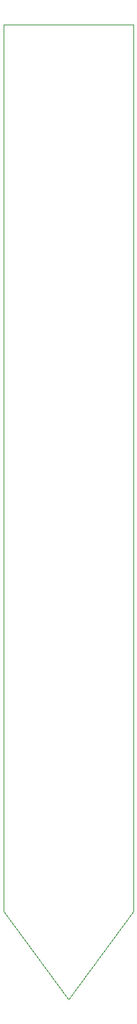
<source format=gm1>
G04 #@! TF.GenerationSoftware,KiCad,Pcbnew,6.0.11-2627ca5db0~126~ubuntu20.04.1*
G04 #@! TF.CreationDate,2023-03-12T13:39:07+01:00*
G04 #@! TF.ProjectId,analog-moist-sensor,616e616c-6f67-42d6-9d6f-6973742d7365,rev?*
G04 #@! TF.SameCoordinates,Original*
G04 #@! TF.FileFunction,Profile,NP*
%FSLAX46Y46*%
G04 Gerber Fmt 4.6, Leading zero omitted, Abs format (unit mm)*
G04 Created by KiCad (PCBNEW 6.0.11-2627ca5db0~126~ubuntu20.04.1) date 2023-03-12 13:39:07*
%MOMM*%
%LPD*%
G01*
G04 APERTURE LIST*
G04 #@! TA.AperFunction,Profile*
%ADD10C,0.100000*%
G04 #@! TD*
G04 APERTURE END LIST*
D10*
X99032000Y-28225286D02*
X114272000Y-28225286D01*
X99032000Y-30535286D02*
X99032000Y-28225286D01*
X114272000Y-30535286D02*
X114272000Y-28225286D01*
X114272000Y-30535286D02*
X114272000Y-33075286D01*
X99032000Y-33075286D02*
X99032000Y-30535286D01*
X114272000Y-71175286D02*
X114272000Y-132135286D01*
X99032000Y-132135286D02*
X99032000Y-71175286D01*
X106652000Y-142422286D02*
X114272000Y-132135286D01*
X99032000Y-132135286D02*
X106652000Y-142422286D01*
X114272000Y-33075286D02*
X114272000Y-71175286D01*
X99032000Y-71175286D02*
X99032000Y-33075286D01*
M02*

</source>
